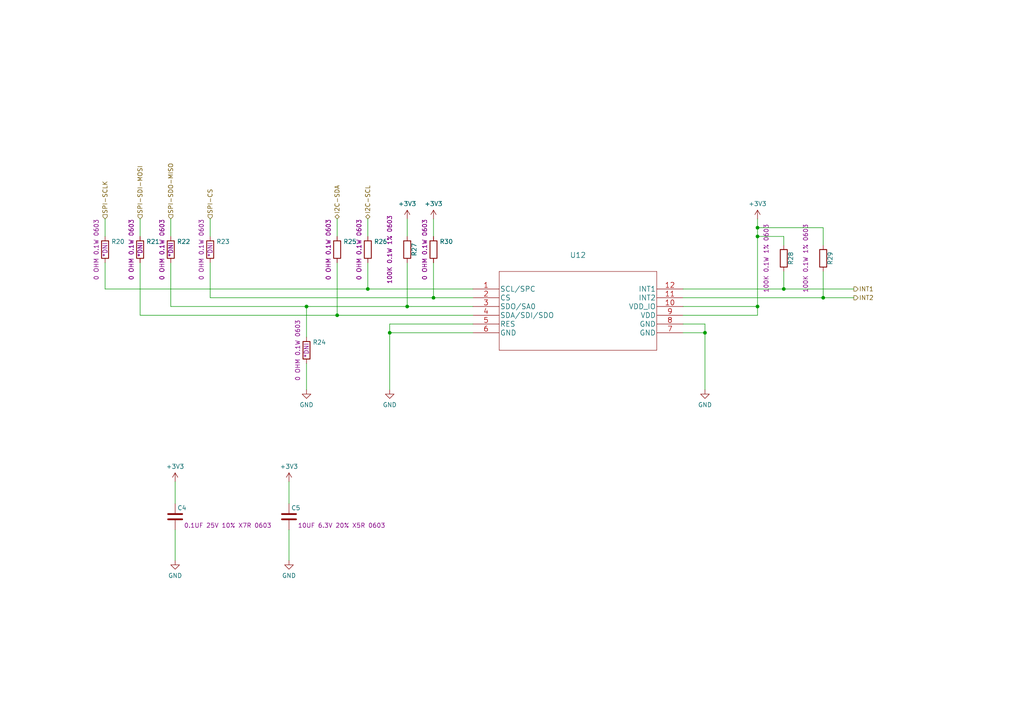
<source format=kicad_sch>
(kicad_sch (version 20211123) (generator eeschema)

  (uuid a075a749-1a06-44a4-8961-6ea33cc9f8d0)

  (paper "A4")

  (lib_symbols
    (symbol "1_pontech:PLP-000029" (pin_numbers hide) (pin_names (offset 0)) (in_bom yes) (on_board yes)
      (property "Reference" "R" (id 0) (at 2.032 0 90)
        (effects (font (size 1.27 1.27)))
      )
      (property "Value" "PLP-000029" (id 1) (at -2.54 0 90)
        (effects (font (size 1.27 1.27)))
      )
      (property "Footprint" "a_pontech:R_0603_1608Metric" (id 2) (at -1.778 0 90)
        (effects (font (size 1.27 1.27)) hide)
      )
      (property "Datasheet" "~" (id 3) (at 0 0 0)
        (effects (font (size 1.27 1.27)) hide)
      )
      (property "Info" "100K 0.1W 1% 0603" (id 4) (at -5.08 0 90)
        (effects (font (size 1.27 1.27)))
      )
      (property "ki_keywords" "R res resistor" (id 5) (at 0 0 0)
        (effects (font (size 1.27 1.27)) hide)
      )
      (property "ki_description" "100K 0.1W 1% 0603 Resistor" (id 6) (at 0 0 0)
        (effects (font (size 1.27 1.27)) hide)
      )
      (property "ki_fp_filters" "R_*" (id 7) (at 0 0 0)
        (effects (font (size 1.27 1.27)) hide)
      )
      (symbol "PLP-000029_0_1"
        (rectangle (start -1.016 -2.54) (end 1.016 2.54)
          (stroke (width 0.254) (type default) (color 0 0 0 0))
          (fill (type none))
        )
      )
      (symbol "PLP-000029_1_1"
        (pin passive line (at 0 3.81 270) (length 1.27)
          (name "~" (effects (font (size 1.27 1.27))))
          (number "1" (effects (font (size 1.27 1.27))))
        )
        (pin passive line (at 0 -3.81 90) (length 1.27)
          (name "~" (effects (font (size 1.27 1.27))))
          (number "2" (effects (font (size 1.27 1.27))))
        )
      )
    )
    (symbol "1_pontech:PLP-000068" (pin_numbers hide) (pin_names (offset 0.254)) (in_bom yes) (on_board yes)
      (property "Reference" "C" (id 0) (at 0.635 2.54 0)
        (effects (font (size 1.27 1.27)) (justify left))
      )
      (property "Value" "PLP-000068" (id 1) (at 2.54 -3.81 0)
        (effects (font (size 1.27 1.27)) (justify left))
      )
      (property "Footprint" "a_pontech:CAP-NON-POLAR-0603" (id 2) (at 2.54 -11.43 0)
        (effects (font (size 1.27 1.27)) (justify left) hide)
      )
      (property "Datasheet" "~" (id 3) (at 0 0 0)
        (effects (font (size 1.27 1.27)) hide)
      )
      (property "Info" "0.1UF 25V 10% X7R 0603" (id 4) (at 2.54 -5.08 0)
        (effects (font (size 1.27 1.27)) (justify left))
      )
      (property "ki_keywords" "cap capacitor" (id 5) (at 0 0 0)
        (effects (font (size 1.27 1.27)) hide)
      )
      (property "ki_description" "0.1UF 25V 10% X7R 0603 Capacitor" (id 6) (at 0 0 0)
        (effects (font (size 1.27 1.27)) hide)
      )
      (property "ki_fp_filters" "C_*" (id 7) (at 0 0 0)
        (effects (font (size 1.27 1.27)) hide)
      )
      (symbol "PLP-000068_0_1"
        (polyline
          (pts
            (xy -2.032 -0.762)
            (xy 2.032 -0.762)
          )
          (stroke (width 0.508) (type default) (color 0 0 0 0))
          (fill (type none))
        )
        (polyline
          (pts
            (xy -2.032 0.762)
            (xy 2.032 0.762)
          )
          (stroke (width 0.508) (type default) (color 0 0 0 0))
          (fill (type none))
        )
      )
      (symbol "PLP-000068_1_1"
        (pin passive line (at 0 3.81 270) (length 2.794)
          (name "~" (effects (font (size 1.27 1.27))))
          (number "1" (effects (font (size 1.27 1.27))))
        )
        (pin passive line (at 0 -3.81 90) (length 2.794)
          (name "~" (effects (font (size 1.27 1.27))))
          (number "2" (effects (font (size 1.27 1.27))))
        )
      )
    )
    (symbol "1_pontech:PLP-000091" (pin_numbers hide) (pin_names (offset 0)) (in_bom yes) (on_board yes)
      (property "Reference" "R" (id 0) (at 2.032 0 90)
        (effects (font (size 1.27 1.27)))
      )
      (property "Value" "PLP-000091" (id 1) (at -2.54 0 90)
        (effects (font (size 1.27 1.27)))
      )
      (property "Footprint" "a_pontech:R_0603_1608Metric" (id 2) (at -1.778 0 90)
        (effects (font (size 1.27 1.27)) hide)
      )
      (property "Datasheet" "~" (id 3) (at 0 0 0)
        (effects (font (size 1.27 1.27)) hide)
      )
      (property "Info" "0 OHM 0.1W 0603" (id 4) (at -5.08 0 90)
        (effects (font (size 1.27 1.27)))
      )
      (property "ki_keywords" "R res resistor" (id 5) (at 0 0 0)
        (effects (font (size 1.27 1.27)) hide)
      )
      (property "ki_description" "0 OHM 0.1W 0603 Resistor" (id 6) (at 0 0 0)
        (effects (font (size 1.27 1.27)) hide)
      )
      (property "ki_fp_filters" "R_*" (id 7) (at 0 0 0)
        (effects (font (size 1.27 1.27)) hide)
      )
      (symbol "PLP-000091_0_1"
        (rectangle (start -1.016 -2.54) (end 1.016 2.54)
          (stroke (width 0.254) (type default) (color 0 0 0 0))
          (fill (type none))
        )
      )
      (symbol "PLP-000091_1_1"
        (pin passive line (at 0 3.81 270) (length 1.27)
          (name "~" (effects (font (size 1.27 1.27))))
          (number "1" (effects (font (size 1.27 1.27))))
        )
        (pin passive line (at 0 -3.81 90) (length 1.27)
          (name "~" (effects (font (size 1.27 1.27))))
          (number "2" (effects (font (size 1.27 1.27))))
        )
      )
    )
    (symbol "1_pontech:PLP-000409" (pin_numbers hide) (pin_names (offset 0.254)) (in_bom yes) (on_board yes)
      (property "Reference" "C" (id 0) (at 0.635 2.54 0)
        (effects (font (size 1.27 1.27)) (justify left))
      )
      (property "Value" "PLP-000409" (id 1) (at 2.54 -3.81 0)
        (effects (font (size 1.27 1.27)) (justify left))
      )
      (property "Footprint" "a_pontech:CAP-NON-POLAR-0603" (id 2) (at 2.54 -11.43 0)
        (effects (font (size 1.27 1.27)) (justify left) hide)
      )
      (property "Datasheet" "~" (id 3) (at 0 0 0)
        (effects (font (size 1.27 1.27)) hide)
      )
      (property "Info" "10UF 6.3V 20% X5R 0603" (id 4) (at 2.54 -5.08 0)
        (effects (font (size 1.27 1.27)) (justify left))
      )
      (property "ki_keywords" "cap capacitor" (id 5) (at 0 0 0)
        (effects (font (size 1.27 1.27)) hide)
      )
      (property "ki_description" "10UF 6.3V 20% X5R 0603 Capacitor" (id 6) (at 0 0 0)
        (effects (font (size 1.27 1.27)) hide)
      )
      (property "ki_fp_filters" "C_*" (id 7) (at 0 0 0)
        (effects (font (size 1.27 1.27)) hide)
      )
      (symbol "PLP-000409_0_1"
        (polyline
          (pts
            (xy -2.032 -0.762)
            (xy 2.032 -0.762)
          )
          (stroke (width 0.508) (type default) (color 0 0 0 0))
          (fill (type none))
        )
        (polyline
          (pts
            (xy -2.032 0.762)
            (xy 2.032 0.762)
          )
          (stroke (width 0.508) (type default) (color 0 0 0 0))
          (fill (type none))
        )
      )
      (symbol "PLP-000409_1_1"
        (pin passive line (at 0 3.81 270) (length 2.794)
          (name "~" (effects (font (size 1.27 1.27))))
          (number "1" (effects (font (size 1.27 1.27))))
        )
        (pin passive line (at 0 -3.81 90) (length 2.794)
          (name "~" (effects (font (size 1.27 1.27))))
          (number "2" (effects (font (size 1.27 1.27))))
        )
      )
    )
    (symbol "74_Jacob:+3.3V" (power) (pin_numbers hide) (pin_names (offset 0) hide) (in_bom yes) (on_board yes)
      (property "Reference" "#PWR" (id 0) (at 0 -3.81 0)
        (effects (font (size 1.27 1.27)) hide)
      )
      (property "Value" "+3.3V" (id 1) (at 0 3.556 0)
        (effects (font (size 1.27 1.27)))
      )
      (property "Footprint" "" (id 2) (at 0 0 0)
        (effects (font (size 1.27 1.27)) hide)
      )
      (property "Datasheet" "" (id 3) (at 0 0 0)
        (effects (font (size 1.27 1.27)) hide)
      )
      (property "ki_keywords" "power-flag" (id 4) (at 0 0 0)
        (effects (font (size 1.27 1.27)) hide)
      )
      (property "ki_description" "Power symbol creates a global label with name \"+3.3V\"" (id 5) (at 0 0 0)
        (effects (font (size 1.27 1.27)) hide)
      )
      (symbol "+3.3V_0_1"
        (polyline
          (pts
            (xy -0.762 1.27)
            (xy 0 2.54)
          )
          (stroke (width 0) (type default) (color 0 0 0 0))
          (fill (type none))
        )
        (polyline
          (pts
            (xy 0 0)
            (xy 0 2.54)
          )
          (stroke (width 0) (type default) (color 0 0 0 0))
          (fill (type none))
        )
        (polyline
          (pts
            (xy 0 2.54)
            (xy 0.762 1.27)
          )
          (stroke (width 0) (type default) (color 0 0 0 0))
          (fill (type none))
        )
      )
      (symbol "+3.3V_1_1"
        (pin power_in line (at 0 0 90) (length 0) hide
          (name "+3V3" (effects (font (size 1.27 1.27))))
          (number "1" (effects (font (size 1.27 1.27))))
        )
      )
    )
    (symbol "74_Jacob:GND" (power) (pin_numbers hide) (pin_names (offset 0) hide) (in_bom yes) (on_board yes)
      (property "Reference" "#PWR" (id 0) (at 0 -6.35 0)
        (effects (font (size 1.27 1.27)) hide)
      )
      (property "Value" "GND" (id 1) (at 0 -3.81 0)
        (effects (font (size 1.27 1.27)))
      )
      (property "Footprint" "" (id 2) (at 0 0 0)
        (effects (font (size 1.27 1.27)) hide)
      )
      (property "Datasheet" "" (id 3) (at 0 0 0)
        (effects (font (size 1.27 1.27)) hide)
      )
      (property "ki_keywords" "power-flag" (id 4) (at 0 0 0)
        (effects (font (size 1.27 1.27)) hide)
      )
      (property "ki_description" "Power symbol creates a global label with name \"GND\" , ground" (id 5) (at 0 0 0)
        (effects (font (size 1.27 1.27)) hide)
      )
      (symbol "GND_0_1"
        (polyline
          (pts
            (xy 0 0)
            (xy 0 -1.27)
            (xy 1.27 -1.27)
            (xy 0 -2.54)
            (xy -1.27 -1.27)
            (xy 0 -1.27)
          )
          (stroke (width 0) (type default) (color 0 0 0 0))
          (fill (type none))
        )
      )
      (symbol "GND_1_1"
        (pin power_in line (at 0 0 270) (length 0) hide
          (name "GND" (effects (font (size 1.27 1.27))))
          (number "1" (effects (font (size 1.27 1.27))))
        )
      )
    )
    (symbol "74_LIS2DE12TR:LIS2DE12TR" (pin_names (offset 0.254)) (in_bom yes) (on_board yes)
      (property "Reference" "U" (id 0) (at 30.48 10.16 0)
        (effects (font (size 1.524 1.524)))
      )
      (property "Value" "LIS2DE12TR" (id 1) (at 30.48 7.62 0)
        (effects (font (size 1.524 1.524)))
      )
      (property "Footprint" "74_LIS2DE12TR:LIS2DE12TR" (id 2) (at 30.48 6.096 0)
        (effects (font (size 1.524 1.524)) hide)
      )
      (property "Datasheet" "" (id 3) (at 0 0 0)
        (effects (font (size 1.524 1.524)))
      )
      (property "ki_fp_filters" "LGA-12_STM LGA-12_STM-M LGA-12_STM-L" (id 4) (at 0 0 0)
        (effects (font (size 1.27 1.27)) hide)
      )
      (symbol "LIS2DE12TR_1_1"
        (polyline
          (pts
            (xy 7.62 -17.78)
            (xy 53.34 -17.78)
          )
          (stroke (width 0.127) (type default) (color 0 0 0 0))
          (fill (type none))
        )
        (polyline
          (pts
            (xy 7.62 5.08)
            (xy 7.62 -17.78)
          )
          (stroke (width 0.127) (type default) (color 0 0 0 0))
          (fill (type none))
        )
        (polyline
          (pts
            (xy 53.34 -17.78)
            (xy 53.34 5.08)
          )
          (stroke (width 0.127) (type default) (color 0 0 0 0))
          (fill (type none))
        )
        (polyline
          (pts
            (xy 53.34 5.08)
            (xy 7.62 5.08)
          )
          (stroke (width 0.127) (type default) (color 0 0 0 0))
          (fill (type none))
        )
        (pin input line (at 0 0 0) (length 7.62)
          (name "SCL/SPC" (effects (font (size 1.4986 1.4986))))
          (number "1" (effects (font (size 1.4986 1.4986))))
        )
        (pin power_in line (at 60.96 -5.08 180) (length 7.62)
          (name "VDD_IO" (effects (font (size 1.4986 1.4986))))
          (number "10" (effects (font (size 1.4986 1.4986))))
        )
        (pin bidirectional line (at 60.96 -2.54 180) (length 7.62)
          (name "INT2" (effects (font (size 1.4986 1.4986))))
          (number "11" (effects (font (size 1.4986 1.4986))))
        )
        (pin bidirectional line (at 60.96 0 180) (length 7.62)
          (name "INT1" (effects (font (size 1.4986 1.4986))))
          (number "12" (effects (font (size 1.4986 1.4986))))
        )
        (pin input line (at 0 -2.54 0) (length 7.62)
          (name "CS" (effects (font (size 1.4986 1.4986))))
          (number "2" (effects (font (size 1.4986 1.4986))))
        )
        (pin bidirectional line (at 0 -5.08 0) (length 7.62)
          (name "SDO/SA0" (effects (font (size 1.4986 1.4986))))
          (number "3" (effects (font (size 1.4986 1.4986))))
        )
        (pin bidirectional line (at 0 -7.62 0) (length 7.62)
          (name "SDA/SDI/SDO" (effects (font (size 1.4986 1.4986))))
          (number "4" (effects (font (size 1.4986 1.4986))))
        )
        (pin power_in line (at 0 -10.16 0) (length 7.62)
          (name "RES" (effects (font (size 1.4986 1.4986))))
          (number "5" (effects (font (size 1.4986 1.4986))))
        )
        (pin power_in line (at 0 -12.7 0) (length 7.62)
          (name "GND" (effects (font (size 1.4986 1.4986))))
          (number "6" (effects (font (size 1.4986 1.4986))))
        )
        (pin power_in line (at 60.96 -12.7 180) (length 7.62)
          (name "GND" (effects (font (size 1.4986 1.4986))))
          (number "7" (effects (font (size 1.4986 1.4986))))
        )
        (pin power_in line (at 60.96 -10.16 180) (length 7.62)
          (name "GND" (effects (font (size 1.4986 1.4986))))
          (number "8" (effects (font (size 1.4986 1.4986))))
        )
        (pin power_in line (at 60.96 -7.62 180) (length 7.62)
          (name "VDD" (effects (font (size 1.4986 1.4986))))
          (number "9" (effects (font (size 1.4986 1.4986))))
        )
      )
    )
  )

  (junction (at 97.79 91.44) (diameter 0) (color 0 0 0 0)
    (uuid 17db8584-daa3-42f3-940a-c05ae09dbbc4)
  )
  (junction (at 113.03 96.52) (diameter 0) (color 0 0 0 0)
    (uuid 28130c68-42e3-40cb-bd20-bfa8e0244ca8)
  )
  (junction (at 219.71 66.04) (diameter 0) (color 0 0 0 0)
    (uuid 434e439e-f6de-42e1-8ba9-56b282fa323d)
  )
  (junction (at 227.33 83.82) (diameter 0) (color 0 0 0 0)
    (uuid 579647a6-4df3-4938-9de6-c8b83b65d648)
  )
  (junction (at 219.71 88.9) (diameter 0) (color 0 0 0 0)
    (uuid 5fa5a92e-c203-49bc-aff7-06e238687a9d)
  )
  (junction (at 125.73 86.36) (diameter 0) (color 0 0 0 0)
    (uuid 65780aa5-3843-4d30-82be-4e86bbe55ac7)
  )
  (junction (at 219.71 68.58) (diameter 0) (color 0 0 0 0)
    (uuid 707a29c1-e4b8-47a6-8f3c-f1d2690e565a)
  )
  (junction (at 118.11 88.9) (diameter 0) (color 0 0 0 0)
    (uuid 76da14ff-fa7f-40db-87a3-44d9310d7f1d)
  )
  (junction (at 106.68 83.82) (diameter 0) (color 0 0 0 0)
    (uuid 9d765528-8554-413b-a07a-d57de4b6e227)
  )
  (junction (at 204.47 96.52) (diameter 0) (color 0 0 0 0)
    (uuid b3c67c7c-2cfe-4745-82a3-cb1682769047)
  )
  (junction (at 238.76 86.36) (diameter 0) (color 0 0 0 0)
    (uuid bf7ff9db-2e95-41c7-b323-bb72eefb9bcf)
  )
  (junction (at 88.9 88.9) (diameter 0) (color 0 0 0 0)
    (uuid dd42d524-baa2-4ca4-a4bd-bb4e3deb2cc5)
  )

  (wire (pts (xy 30.48 76.2) (xy 30.48 83.82))
    (stroke (width 0) (type default) (color 0 0 0 0))
    (uuid 005d75be-ecdc-4a10-a7fe-f453732b724a)
  )
  (wire (pts (xy 125.73 63.5) (xy 125.73 68.58))
    (stroke (width 0) (type default) (color 0 0 0 0))
    (uuid 0115fec2-8a6d-4694-b8b2-00ece6092849)
  )
  (wire (pts (xy 40.64 63.5) (xy 40.64 68.58))
    (stroke (width 0) (type default) (color 0 0 0 0))
    (uuid 03b83565-ea48-4894-ba88-350bd1a4b40a)
  )
  (wire (pts (xy 137.16 83.82) (xy 106.68 83.82))
    (stroke (width 0) (type default) (color 0 0 0 0))
    (uuid 092803cc-89fa-4250-8189-9ef1f69c8be2)
  )
  (wire (pts (xy 198.12 88.9) (xy 219.71 88.9))
    (stroke (width 0) (type default) (color 0 0 0 0))
    (uuid 0f6b6850-ba0e-4207-a6de-cd8e5fc96d3e)
  )
  (wire (pts (xy 238.76 78.74) (xy 238.76 86.36))
    (stroke (width 0) (type default) (color 0 0 0 0))
    (uuid 10397cde-2f43-46ff-9079-330ebf3e3bfa)
  )
  (wire (pts (xy 198.12 96.52) (xy 204.47 96.52))
    (stroke (width 0) (type default) (color 0 0 0 0))
    (uuid 1b405d0f-9565-4da7-b77e-f0bc74b2bf8b)
  )
  (wire (pts (xy 238.76 86.36) (xy 247.65 86.36))
    (stroke (width 0) (type default) (color 0 0 0 0))
    (uuid 1c470ea9-f924-41d0-8062-d8e040741f36)
  )
  (wire (pts (xy 50.8 146.05) (xy 50.8 139.7))
    (stroke (width 0) (type default) (color 0 0 0 0))
    (uuid 24bb3632-033f-4164-a172-a00cda091e73)
  )
  (wire (pts (xy 30.48 63.5) (xy 30.48 68.58))
    (stroke (width 0) (type default) (color 0 0 0 0))
    (uuid 307368dc-a345-43ff-a36d-ef68b4533cba)
  )
  (wire (pts (xy 238.76 66.04) (xy 219.71 66.04))
    (stroke (width 0) (type default) (color 0 0 0 0))
    (uuid 3e7d1102-6c7a-44b3-802b-5ac5a6ca9e06)
  )
  (wire (pts (xy 83.82 146.05) (xy 83.82 139.7))
    (stroke (width 0) (type default) (color 0 0 0 0))
    (uuid 3f3f3497-15aa-49fc-bfc2-2dfa4ce3035a)
  )
  (wire (pts (xy 97.79 91.44) (xy 137.16 91.44))
    (stroke (width 0) (type default) (color 0 0 0 0))
    (uuid 440099f5-76c8-49bb-8f55-02dbd8e66d3c)
  )
  (wire (pts (xy 49.53 88.9) (xy 88.9 88.9))
    (stroke (width 0) (type default) (color 0 0 0 0))
    (uuid 4934c7bc-7192-48b1-8b10-eedcd989358b)
  )
  (wire (pts (xy 219.71 68.58) (xy 219.71 66.04))
    (stroke (width 0) (type default) (color 0 0 0 0))
    (uuid 49591f9d-1e53-4415-9396-565143ea5834)
  )
  (wire (pts (xy 204.47 93.98) (xy 204.47 96.52))
    (stroke (width 0) (type default) (color 0 0 0 0))
    (uuid 52119d3d-e568-4f2e-918d-d7cfba1dc538)
  )
  (wire (pts (xy 238.76 71.12) (xy 238.76 66.04))
    (stroke (width 0) (type default) (color 0 0 0 0))
    (uuid 56148031-c06f-4760-a5a2-578213da93f7)
  )
  (wire (pts (xy 88.9 105.41) (xy 88.9 113.03))
    (stroke (width 0) (type default) (color 0 0 0 0))
    (uuid 5db9772a-8b14-46e1-a01b-58559e864f44)
  )
  (wire (pts (xy 219.71 91.44) (xy 219.71 88.9))
    (stroke (width 0) (type default) (color 0 0 0 0))
    (uuid 698e6c58-7329-4053-93c4-ac3538d59c45)
  )
  (wire (pts (xy 106.68 83.82) (xy 106.68 76.2))
    (stroke (width 0) (type default) (color 0 0 0 0))
    (uuid 6cca44fb-a92d-49af-9c0a-7b163280ba69)
  )
  (wire (pts (xy 227.33 68.58) (xy 219.71 68.58))
    (stroke (width 0) (type default) (color 0 0 0 0))
    (uuid 6e81984a-b7ca-4ec2-8e26-0b66a76132c2)
  )
  (wire (pts (xy 219.71 66.04) (xy 219.71 63.5))
    (stroke (width 0) (type default) (color 0 0 0 0))
    (uuid 6f967a95-c830-4e16-b741-ee35782d309d)
  )
  (wire (pts (xy 113.03 93.98) (xy 113.03 96.52))
    (stroke (width 0) (type default) (color 0 0 0 0))
    (uuid 6fdc5b8b-50f1-474b-8499-7ad2e2f7b5c8)
  )
  (wire (pts (xy 88.9 97.79) (xy 88.9 88.9))
    (stroke (width 0) (type default) (color 0 0 0 0))
    (uuid 717090e4-8f6a-4fcb-a4c7-22ec3ef8072e)
  )
  (wire (pts (xy 49.53 63.5) (xy 49.53 68.58))
    (stroke (width 0) (type default) (color 0 0 0 0))
    (uuid 781dedd1-64fc-4efa-9b4c-c1867f2d72cb)
  )
  (wire (pts (xy 83.82 153.67) (xy 83.82 162.56))
    (stroke (width 0) (type default) (color 0 0 0 0))
    (uuid 83228c37-733f-49f9-8bd9-3dae95d6c247)
  )
  (wire (pts (xy 113.03 93.98) (xy 137.16 93.98))
    (stroke (width 0) (type default) (color 0 0 0 0))
    (uuid 86a7cfe6-84e8-46c3-a776-6285f0068afc)
  )
  (wire (pts (xy 198.12 93.98) (xy 204.47 93.98))
    (stroke (width 0) (type default) (color 0 0 0 0))
    (uuid 8ef441a6-0c32-4331-ba3c-31c86809c1a4)
  )
  (wire (pts (xy 60.96 86.36) (xy 125.73 86.36))
    (stroke (width 0) (type default) (color 0 0 0 0))
    (uuid 961d9027-09ee-4cb3-93db-0b6f5c7435ce)
  )
  (wire (pts (xy 50.8 153.67) (xy 50.8 162.56))
    (stroke (width 0) (type default) (color 0 0 0 0))
    (uuid 964b0a17-fe93-4bd3-b5e2-81798b385847)
  )
  (wire (pts (xy 97.79 91.44) (xy 97.79 76.2))
    (stroke (width 0) (type default) (color 0 0 0 0))
    (uuid 9d43218a-5466-4e82-9809-9dff6226868f)
  )
  (wire (pts (xy 40.64 76.2) (xy 40.64 91.44))
    (stroke (width 0) (type default) (color 0 0 0 0))
    (uuid 9f53dd0b-fe87-4c8a-982b-a8b580c122c1)
  )
  (wire (pts (xy 40.64 91.44) (xy 97.79 91.44))
    (stroke (width 0) (type default) (color 0 0 0 0))
    (uuid a193b735-6efa-46bf-8c3f-ad51aba77d25)
  )
  (wire (pts (xy 30.48 83.82) (xy 106.68 83.82))
    (stroke (width 0) (type default) (color 0 0 0 0))
    (uuid b467e011-33f6-4001-9820-6a843ceaa0c6)
  )
  (wire (pts (xy 60.96 76.2) (xy 60.96 86.36))
    (stroke (width 0) (type default) (color 0 0 0 0))
    (uuid b600cdc7-1248-41ef-bc85-47bb98697f8f)
  )
  (wire (pts (xy 204.47 96.52) (xy 204.47 113.03))
    (stroke (width 0) (type default) (color 0 0 0 0))
    (uuid b60238c3-d97f-4619-9716-9d8d60a723b3)
  )
  (wire (pts (xy 118.11 88.9) (xy 137.16 88.9))
    (stroke (width 0) (type default) (color 0 0 0 0))
    (uuid b85645c9-987b-47f9-87d8-21569dafc922)
  )
  (wire (pts (xy 198.12 86.36) (xy 238.76 86.36))
    (stroke (width 0) (type default) (color 0 0 0 0))
    (uuid bb2ca8d5-7923-447a-bb85-98efa79f419d)
  )
  (wire (pts (xy 125.73 86.36) (xy 137.16 86.36))
    (stroke (width 0) (type default) (color 0 0 0 0))
    (uuid bbb28765-a4b6-442d-81dc-fd8424bcbbd5)
  )
  (wire (pts (xy 60.96 63.5) (xy 60.96 68.58))
    (stroke (width 0) (type default) (color 0 0 0 0))
    (uuid bd639f00-20f5-458a-aa91-b6c4377296e4)
  )
  (wire (pts (xy 125.73 76.2) (xy 125.73 86.36))
    (stroke (width 0) (type default) (color 0 0 0 0))
    (uuid bd8b4994-ee71-4e8b-8e09-b7c2d3712b2e)
  )
  (wire (pts (xy 198.12 83.82) (xy 227.33 83.82))
    (stroke (width 0) (type default) (color 0 0 0 0))
    (uuid be99357b-1a31-4ed6-87e3-4fb7ae78dede)
  )
  (wire (pts (xy 118.11 68.58) (xy 118.11 63.5))
    (stroke (width 0) (type default) (color 0 0 0 0))
    (uuid c1eb0d43-a46e-4d6e-9c3b-12fce3614233)
  )
  (wire (pts (xy 227.33 71.12) (xy 227.33 68.58))
    (stroke (width 0) (type default) (color 0 0 0 0))
    (uuid c7279a5d-e12f-49b7-8088-ad801e9bb253)
  )
  (wire (pts (xy 49.53 76.2) (xy 49.53 88.9))
    (stroke (width 0) (type default) (color 0 0 0 0))
    (uuid cf6736f5-d365-4717-8063-bccc61448c54)
  )
  (wire (pts (xy 97.79 68.58) (xy 97.79 63.5))
    (stroke (width 0) (type default) (color 0 0 0 0))
    (uuid d088d2bd-e361-44b5-a8f0-d389f0a2bc97)
  )
  (wire (pts (xy 227.33 83.82) (xy 247.65 83.82))
    (stroke (width 0) (type default) (color 0 0 0 0))
    (uuid d26ef3be-9791-47a2-a310-db4e9e3ff6c8)
  )
  (wire (pts (xy 118.11 76.2) (xy 118.11 88.9))
    (stroke (width 0) (type default) (color 0 0 0 0))
    (uuid d675e824-5d7c-45ed-84c3-54b9e84a4097)
  )
  (wire (pts (xy 219.71 88.9) (xy 219.71 68.58))
    (stroke (width 0) (type default) (color 0 0 0 0))
    (uuid d71960bb-d065-4dc2-ae32-4ae23166465f)
  )
  (wire (pts (xy 113.03 96.52) (xy 137.16 96.52))
    (stroke (width 0) (type default) (color 0 0 0 0))
    (uuid dea226ec-815d-4bad-a7c7-3e53ec576a6d)
  )
  (wire (pts (xy 106.68 68.58) (xy 106.68 63.5))
    (stroke (width 0) (type default) (color 0 0 0 0))
    (uuid e06be351-c1df-402b-8b99-c73441c3a780)
  )
  (wire (pts (xy 113.03 96.52) (xy 113.03 113.03))
    (stroke (width 0) (type default) (color 0 0 0 0))
    (uuid f43ceae9-4fb5-4931-b1f0-4e3f08f8b4b2)
  )
  (wire (pts (xy 227.33 78.74) (xy 227.33 83.82))
    (stroke (width 0) (type default) (color 0 0 0 0))
    (uuid f5fc96d7-bfbc-44c4-984d-8122bc70d393)
  )
  (wire (pts (xy 198.12 91.44) (xy 219.71 91.44))
    (stroke (width 0) (type default) (color 0 0 0 0))
    (uuid f92eea57-d6b2-46b9-b1f5-c6d5b86f0156)
  )
  (wire (pts (xy 118.11 88.9) (xy 88.9 88.9))
    (stroke (width 0) (type default) (color 0 0 0 0))
    (uuid ffa9f746-81af-40fe-a9fc-3a9b1f0dc8c4)
  )

  (hierarchical_label "I2C-SCL" (shape bidirectional) (at 106.68 63.5 90)
    (effects (font (size 1.27 1.27)) (justify left))
    (uuid 174385ae-9707-4207-a77a-b60b78795e12)
  )
  (hierarchical_label "SPI-SCLK" (shape input) (at 30.48 63.5 90)
    (effects (font (size 1.27 1.27)) (justify left))
    (uuid 325e26a9-8325-4e05-b958-b5b59033c8fa)
  )
  (hierarchical_label "SPI-SDO-MISO" (shape input) (at 49.53 63.5 90)
    (effects (font (size 1.27 1.27)) (justify left))
    (uuid 3e512c37-958f-44b4-92af-9d8480743038)
  )
  (hierarchical_label "I2C-SDA" (shape bidirectional) (at 97.79 63.5 90)
    (effects (font (size 1.27 1.27)) (justify left))
    (uuid 41ac8f48-8aa4-44d8-8ff1-fb0bb1a4b46d)
  )
  (hierarchical_label "INT1" (shape output) (at 247.65 83.82 0)
    (effects (font (size 1.27 1.27)) (justify left))
    (uuid 66258d40-4b66-4812-9366-2bb1146970e1)
  )
  (hierarchical_label "SPI-CS" (shape input) (at 60.96 63.5 90)
    (effects (font (size 1.27 1.27)) (justify left))
    (uuid b5a39226-97f8-4875-88fa-bbcab5aea3a3)
  )
  (hierarchical_label "INT2" (shape output) (at 247.65 86.36 0)
    (effects (font (size 1.27 1.27)) (justify left))
    (uuid d31c89f1-fdc1-4423-b41f-07402e4388e7)
  )
  (hierarchical_label "SPI-SDI-MOSI" (shape input) (at 40.64 63.5 90)
    (effects (font (size 1.27 1.27)) (justify left))
    (uuid eab47afa-8ebf-4236-9570-90e526016030)
  )

  (symbol (lib_id "1_pontech:PLP-000029") (at 227.33 74.93 0) (unit 1)
    (in_bom yes) (on_board yes)
    (uuid 00000000-0000-0000-0000-0000626461cf)
    (property "Reference" "R28" (id 0) (at 229.362 74.93 90))
    (property "Value" "" (id 1) (at 224.79 74.93 90))
    (property "Footprint" "" (id 2) (at 225.552 74.93 90)
      (effects (font (size 1.27 1.27)) hide)
    )
    (property "Datasheet" "~" (id 3) (at 227.33 74.93 0)
      (effects (font (size 1.27 1.27)) hide)
    )
    (property "Info" "100K 0.1W 1% 0603" (id 4) (at 222.25 74.93 90))
    (pin "1" (uuid 0e0e6375-3b53-4f46-9666-77a81c98ba84))
    (pin "2" (uuid 4b1ba5a7-550e-41c5-85ac-2e4e1970bb87))
  )

  (symbol (lib_id "1_pontech:PLP-000029") (at 238.76 74.93 0) (unit 1)
    (in_bom yes) (on_board yes)
    (uuid 00000000-0000-0000-0000-00006264656a)
    (property "Reference" "R29" (id 0) (at 240.792 74.93 90))
    (property "Value" "" (id 1) (at 236.22 74.93 90))
    (property "Footprint" "" (id 2) (at 236.982 74.93 90)
      (effects (font (size 1.27 1.27)) hide)
    )
    (property "Datasheet" "~" (id 3) (at 238.76 74.93 0)
      (effects (font (size 1.27 1.27)) hide)
    )
    (property "Info" "100K 0.1W 1% 0603" (id 4) (at 233.68 74.93 90))
    (pin "1" (uuid f7d2e4de-0da7-40be-8ee7-5ccd7824792a))
    (pin "2" (uuid e9af196b-ea31-4c1a-8e51-4725c9faaa74))
  )

  (symbol (lib_id "1_pontech:PLP-000029") (at 118.11 72.39 0) (unit 1)
    (in_bom yes) (on_board yes)
    (uuid 00000000-0000-0000-0000-000062646a21)
    (property "Reference" "R27" (id 0) (at 120.142 72.39 90))
    (property "Value" "" (id 1) (at 115.57 72.39 90))
    (property "Footprint" "" (id 2) (at 116.332 72.39 90)
      (effects (font (size 1.27 1.27)) hide)
    )
    (property "Datasheet" "~" (id 3) (at 118.11 72.39 0)
      (effects (font (size 1.27 1.27)) hide)
    )
    (property "Info" "100K 0.1W 1% 0603" (id 4) (at 113.03 72.39 90))
    (pin "1" (uuid 302db9de-b1cc-4724-9b2e-d0030ef15425))
    (pin "2" (uuid ade6f891-3636-4586-ab94-97c01422a17a))
  )

  (symbol (lib_id "74_Jacob:+3.3V") (at 50.8 139.7 0) (unit 1)
    (in_bom yes) (on_board yes)
    (uuid 00000000-0000-0000-0000-0000626475ed)
    (property "Reference" "#PWR0127" (id 0) (at 50.8 143.51 0)
      (effects (font (size 1.27 1.27)) hide)
    )
    (property "Value" "" (id 1) (at 50.8 135.3058 0))
    (property "Footprint" "" (id 2) (at 50.8 139.7 0)
      (effects (font (size 1.27 1.27)) hide)
    )
    (property "Datasheet" "" (id 3) (at 50.8 139.7 0)
      (effects (font (size 1.27 1.27)) hide)
    )
    (pin "1" (uuid 93e20656-c929-4e92-8b04-40d197d672da))
  )

  (symbol (lib_id "74_Jacob:+3.3V") (at 83.82 139.7 0) (unit 1)
    (in_bom yes) (on_board yes)
    (uuid 00000000-0000-0000-0000-0000626484b4)
    (property "Reference" "#PWR0128" (id 0) (at 83.82 143.51 0)
      (effects (font (size 1.27 1.27)) hide)
    )
    (property "Value" "" (id 1) (at 83.82 135.3058 0))
    (property "Footprint" "" (id 2) (at 83.82 139.7 0)
      (effects (font (size 1.27 1.27)) hide)
    )
    (property "Datasheet" "" (id 3) (at 83.82 139.7 0)
      (effects (font (size 1.27 1.27)) hide)
    )
    (pin "1" (uuid 0895ba8d-215c-4a8b-9279-5d69d3df37c9))
  )

  (symbol (lib_id "74_Jacob:+3.3V") (at 118.11 63.5 0) (unit 1)
    (in_bom yes) (on_board yes)
    (uuid 00000000-0000-0000-0000-0000626487ee)
    (property "Reference" "#PWR0129" (id 0) (at 118.11 67.31 0)
      (effects (font (size 1.27 1.27)) hide)
    )
    (property "Value" "" (id 1) (at 118.11 59.1058 0))
    (property "Footprint" "" (id 2) (at 118.11 63.5 0)
      (effects (font (size 1.27 1.27)) hide)
    )
    (property "Datasheet" "" (id 3) (at 118.11 63.5 0)
      (effects (font (size 1.27 1.27)) hide)
    )
    (pin "1" (uuid acaff2b0-ccdd-4ee1-a911-002ff9728450))
  )

  (symbol (lib_id "74_Jacob:+3.3V") (at 219.71 63.5 0) (unit 1)
    (in_bom yes) (on_board yes)
    (uuid 00000000-0000-0000-0000-000062648ce6)
    (property "Reference" "#PWR0130" (id 0) (at 219.71 67.31 0)
      (effects (font (size 1.27 1.27)) hide)
    )
    (property "Value" "" (id 1) (at 219.71 59.1058 0))
    (property "Footprint" "" (id 2) (at 219.71 63.5 0)
      (effects (font (size 1.27 1.27)) hide)
    )
    (property "Datasheet" "" (id 3) (at 219.71 63.5 0)
      (effects (font (size 1.27 1.27)) hide)
    )
    (pin "1" (uuid 5388e945-225f-485a-805c-8809520a9193))
  )

  (symbol (lib_id "74_Jacob:GND") (at 50.8 162.56 0) (unit 1)
    (in_bom yes) (on_board yes)
    (uuid 00000000-0000-0000-0000-0000626496ef)
    (property "Reference" "#PWR0131" (id 0) (at 50.8 168.91 0)
      (effects (font (size 1.27 1.27)) hide)
    )
    (property "Value" "" (id 1) (at 50.8 166.9542 0))
    (property "Footprint" "" (id 2) (at 50.8 162.56 0)
      (effects (font (size 1.27 1.27)) hide)
    )
    (property "Datasheet" "" (id 3) (at 50.8 162.56 0)
      (effects (font (size 1.27 1.27)) hide)
    )
    (pin "1" (uuid 261ed44c-e3d9-43c1-a22e-697fa0e8b078))
  )

  (symbol (lib_id "74_Jacob:GND") (at 83.82 162.56 0) (unit 1)
    (in_bom yes) (on_board yes)
    (uuid 00000000-0000-0000-0000-00006264a815)
    (property "Reference" "#PWR0132" (id 0) (at 83.82 168.91 0)
      (effects (font (size 1.27 1.27)) hide)
    )
    (property "Value" "" (id 1) (at 83.82 166.9542 0))
    (property "Footprint" "" (id 2) (at 83.82 162.56 0)
      (effects (font (size 1.27 1.27)) hide)
    )
    (property "Datasheet" "" (id 3) (at 83.82 162.56 0)
      (effects (font (size 1.27 1.27)) hide)
    )
    (pin "1" (uuid 314e634c-4521-4e2b-99ed-9c6a6c0eda68))
  )

  (symbol (lib_id "74_Jacob:GND") (at 113.03 113.03 0) (unit 1)
    (in_bom yes) (on_board yes)
    (uuid 00000000-0000-0000-0000-00006264ac17)
    (property "Reference" "#PWR0133" (id 0) (at 113.03 119.38 0)
      (effects (font (size 1.27 1.27)) hide)
    )
    (property "Value" "" (id 1) (at 113.03 117.4242 0))
    (property "Footprint" "" (id 2) (at 113.03 113.03 0)
      (effects (font (size 1.27 1.27)) hide)
    )
    (property "Datasheet" "" (id 3) (at 113.03 113.03 0)
      (effects (font (size 1.27 1.27)) hide)
    )
    (pin "1" (uuid 4f70242a-44ef-4ddc-9751-528e8d7d9d6f))
  )

  (symbol (lib_id "74_Jacob:GND") (at 204.47 113.03 0) (unit 1)
    (in_bom yes) (on_board yes)
    (uuid 00000000-0000-0000-0000-00006264b3a8)
    (property "Reference" "#PWR0134" (id 0) (at 204.47 119.38 0)
      (effects (font (size 1.27 1.27)) hide)
    )
    (property "Value" "" (id 1) (at 204.47 117.4242 0))
    (property "Footprint" "" (id 2) (at 204.47 113.03 0)
      (effects (font (size 1.27 1.27)) hide)
    )
    (property "Datasheet" "" (id 3) (at 204.47 113.03 0)
      (effects (font (size 1.27 1.27)) hide)
    )
    (pin "1" (uuid 9bfa867a-bae7-4374-96c5-970fc783cc24))
  )

  (symbol (lib_id "1_pontech:PLP-000068") (at 50.8 149.86 0) (unit 1)
    (in_bom yes) (on_board yes)
    (uuid 00000000-0000-0000-0000-00006264fac2)
    (property "Reference" "C4" (id 0) (at 51.435 147.32 0)
      (effects (font (size 1.27 1.27)) (justify left))
    )
    (property "Value" "" (id 1) (at 53.34 149.86 0)
      (effects (font (size 1.27 1.27)) (justify left))
    )
    (property "Footprint" "" (id 2) (at 53.34 161.29 0)
      (effects (font (size 1.27 1.27)) (justify left) hide)
    )
    (property "Datasheet" "~" (id 3) (at 50.8 149.86 0)
      (effects (font (size 1.27 1.27)) hide)
    )
    (property "Info" "0.1UF 25V 10% X7R 0603" (id 4) (at 53.34 152.4 0)
      (effects (font (size 1.27 1.27)) (justify left))
    )
    (pin "1" (uuid 3ee0b254-c68c-4668-a580-447b78a0c9b3))
    (pin "2" (uuid 4811f597-6914-49f3-805d-60bbb69d5820))
  )

  (symbol (lib_id "1_pontech:PLP-000409") (at 83.82 149.86 0) (unit 1)
    (in_bom yes) (on_board yes)
    (uuid 00000000-0000-0000-0000-00006264ff78)
    (property "Reference" "C5" (id 0) (at 84.455 147.32 0)
      (effects (font (size 1.27 1.27)) (justify left))
    )
    (property "Value" "" (id 1) (at 86.36 149.86 0)
      (effects (font (size 1.27 1.27)) (justify left))
    )
    (property "Footprint" "" (id 2) (at 86.36 161.29 0)
      (effects (font (size 1.27 1.27)) (justify left) hide)
    )
    (property "Datasheet" "~" (id 3) (at 83.82 149.86 0)
      (effects (font (size 1.27 1.27)) hide)
    )
    (property "Info" "10UF 6.3V 20% X5R 0603" (id 4) (at 86.36 152.4 0)
      (effects (font (size 1.27 1.27)) (justify left))
    )
    (pin "1" (uuid 4d79c653-d556-439a-a9cc-ec6accae6a01))
    (pin "2" (uuid 1c2ac1c4-d7bb-4b35-b29d-be6d53a7459a))
  )

  (symbol (lib_id "1_pontech:PLP-000091") (at 30.48 72.39 0) (unit 1)
    (in_bom yes) (on_board yes)
    (uuid 00000000-0000-0000-0000-000062658a83)
    (property "Reference" "R20" (id 0) (at 32.258 70.0786 0)
      (effects (font (size 1.27 1.27)) (justify left))
    )
    (property "Value" "" (id 1) (at 32.258 72.39 0)
      (effects (font (size 1.27 1.27)) (justify left) hide)
    )
    (property "Footprint" "" (id 2) (at 28.702 72.39 90)
      (effects (font (size 1.27 1.27)) hide)
    )
    (property "Datasheet" "~" (id 3) (at 30.48 72.39 0)
      (effects (font (size 1.27 1.27)) hide)
    )
    (property "Info" "0 OHM 0.1W 0603" (id 4) (at 27.94 81.28 90)
      (effects (font (size 1.27 1.27)) (justify left))
    )
    (property "DNI" "*DNI" (id 5) (at 30.48 72.39 90))
    (pin "1" (uuid 6638e7ba-a0ac-43fa-8ab9-ef53e9083d7b))
    (pin "2" (uuid e80f2f5b-8edb-446d-b5e6-63f15f2df260))
  )

  (symbol (lib_id "1_pontech:PLP-000091") (at 40.64 72.39 0) (unit 1)
    (in_bom yes) (on_board yes)
    (uuid 00000000-0000-0000-0000-00006265c4e1)
    (property "Reference" "R21" (id 0) (at 42.418 70.0786 0)
      (effects (font (size 1.27 1.27)) (justify left))
    )
    (property "Value" "" (id 1) (at 42.418 72.39 0)
      (effects (font (size 1.27 1.27)) (justify left) hide)
    )
    (property "Footprint" "" (id 2) (at 38.862 72.39 90)
      (effects (font (size 1.27 1.27)) hide)
    )
    (property "Datasheet" "~" (id 3) (at 40.64 72.39 0)
      (effects (font (size 1.27 1.27)) hide)
    )
    (property "Info" "0 OHM 0.1W 0603" (id 4) (at 38.1 81.28 90)
      (effects (font (size 1.27 1.27)) (justify left))
    )
    (property "DNI" "*DNI" (id 5) (at 40.64 72.39 90))
    (pin "1" (uuid 3b3a89c7-ee2b-4b2a-b8a6-9ccdd03991a3))
    (pin "2" (uuid a358503b-17cd-4869-85e2-d7b261e2f3f3))
  )

  (symbol (lib_id "1_pontech:PLP-000091") (at 49.53 72.39 0) (unit 1)
    (in_bom yes) (on_board yes)
    (uuid 00000000-0000-0000-0000-000062660df4)
    (property "Reference" "R22" (id 0) (at 51.308 70.0786 0)
      (effects (font (size 1.27 1.27)) (justify left))
    )
    (property "Value" "" (id 1) (at 51.308 72.39 0)
      (effects (font (size 1.27 1.27)) (justify left) hide)
    )
    (property "Footprint" "" (id 2) (at 47.752 72.39 90)
      (effects (font (size 1.27 1.27)) hide)
    )
    (property "Datasheet" "~" (id 3) (at 49.53 72.39 0)
      (effects (font (size 1.27 1.27)) hide)
    )
    (property "Info" "0 OHM 0.1W 0603" (id 4) (at 46.99 81.28 90)
      (effects (font (size 1.27 1.27)) (justify left))
    )
    (property "DNI" "*DNI" (id 5) (at 49.53 72.39 90))
    (pin "1" (uuid 5f0c43d0-20e8-403f-a49c-123914ffb584))
    (pin "2" (uuid 59da676c-f9c2-42a6-b39b-1c695e12b5d7))
  )

  (symbol (lib_id "1_pontech:PLP-000091") (at 60.96 72.39 0) (unit 1)
    (in_bom yes) (on_board yes)
    (uuid 00000000-0000-0000-0000-000062663abe)
    (property "Reference" "R23" (id 0) (at 62.738 70.0786 0)
      (effects (font (size 1.27 1.27)) (justify left))
    )
    (property "Value" "" (id 1) (at 62.738 72.39 0)
      (effects (font (size 1.27 1.27)) (justify left) hide)
    )
    (property "Footprint" "" (id 2) (at 59.182 72.39 90)
      (effects (font (size 1.27 1.27)) hide)
    )
    (property "Datasheet" "~" (id 3) (at 60.96 72.39 0)
      (effects (font (size 1.27 1.27)) hide)
    )
    (property "Info" "0 OHM 0.1W 0603" (id 4) (at 58.42 81.28 90)
      (effects (font (size 1.27 1.27)) (justify left))
    )
    (property "DNI" "*DNI" (id 5) (at 60.96 72.39 90))
    (pin "1" (uuid ff03e62d-4cd4-4e2a-9f55-9aec9b435741))
    (pin "2" (uuid 0c6b639a-40ea-493f-bd06-d8c501ab1550))
  )

  (symbol (lib_id "1_pontech:PLP-000091") (at 88.9 101.6 0) (unit 1)
    (in_bom yes) (on_board yes)
    (uuid 00000000-0000-0000-0000-000062663fdf)
    (property "Reference" "R24" (id 0) (at 90.678 99.2886 0)
      (effects (font (size 1.27 1.27)) (justify left))
    )
    (property "Value" "" (id 1) (at 90.678 101.6 0)
      (effects (font (size 1.27 1.27)) (justify left) hide)
    )
    (property "Footprint" "" (id 2) (at 87.122 101.6 90)
      (effects (font (size 1.27 1.27)) hide)
    )
    (property "Datasheet" "~" (id 3) (at 88.9 101.6 0)
      (effects (font (size 1.27 1.27)) hide)
    )
    (property "Info" "0 OHM 0.1W 0603" (id 4) (at 86.36 110.49 90)
      (effects (font (size 1.27 1.27)) (justify left))
    )
    (property "DNI" "*DNI" (id 5) (at 88.9 101.6 90))
    (pin "1" (uuid 7ece2311-f9e1-4609-8a02-67a77673103c))
    (pin "2" (uuid 712ec904-a9c0-4135-94d1-2843d4aca808))
  )

  (symbol (lib_id "1_pontech:PLP-000091") (at 97.79 72.39 0) (unit 1)
    (in_bom yes) (on_board yes)
    (uuid 00000000-0000-0000-0000-000062668f69)
    (property "Reference" "R25" (id 0) (at 99.568 70.0786 0)
      (effects (font (size 1.27 1.27)) (justify left))
    )
    (property "Value" "" (id 1) (at 99.568 72.39 0)
      (effects (font (size 1.27 1.27)) (justify left) hide)
    )
    (property "Footprint" "" (id 2) (at 96.012 72.39 90)
      (effects (font (size 1.27 1.27)) hide)
    )
    (property "Datasheet" "~" (id 3) (at 97.79 72.39 0)
      (effects (font (size 1.27 1.27)) hide)
    )
    (property "Info" "0 OHM 0.1W 0603" (id 4) (at 95.25 81.28 90)
      (effects (font (size 1.27 1.27)) (justify left))
    )
    (pin "1" (uuid 0e1a7060-852e-4f50-808d-ad9fa893c6b6))
    (pin "2" (uuid 6f1ac8e7-cef1-41c9-83fc-6c0eb8d4dfb0))
  )

  (symbol (lib_id "1_pontech:PLP-000091") (at 106.68 72.39 0) (unit 1)
    (in_bom yes) (on_board yes)
    (uuid 00000000-0000-0000-0000-00006266b850)
    (property "Reference" "R26" (id 0) (at 108.458 70.0786 0)
      (effects (font (size 1.27 1.27)) (justify left))
    )
    (property "Value" "" (id 1) (at 108.458 72.39 0)
      (effects (font (size 1.27 1.27)) (justify left) hide)
    )
    (property "Footprint" "" (id 2) (at 104.902 72.39 90)
      (effects (font (size 1.27 1.27)) hide)
    )
    (property "Datasheet" "~" (id 3) (at 106.68 72.39 0)
      (effects (font (size 1.27 1.27)) hide)
    )
    (property "Info" "0 OHM 0.1W 0603" (id 4) (at 104.14 81.28 90)
      (effects (font (size 1.27 1.27)) (justify left))
    )
    (pin "1" (uuid 62856092-6c99-405d-991e-f5e92e19572c))
    (pin "2" (uuid 2eb85084-0b52-43fd-8d9e-4bea008bbee8))
  )

  (symbol (lib_id "74_LIS2DE12TR:LIS2DE12TR") (at 137.16 83.82 0) (unit 1)
    (in_bom yes) (on_board yes)
    (uuid 00000000-0000-0000-0000-0000626921d2)
    (property "Reference" "U12" (id 0) (at 167.64 73.9902 0)
      (effects (font (size 1.524 1.524)))
    )
    (property "Value" "" (id 1) (at 167.64 76.6826 0)
      (effects (font (size 1.524 1.524)))
    )
    (property "Footprint" "" (id 2) (at 167.64 77.724 0)
      (effects (font (size 1.524 1.524)) hide)
    )
    (property "Datasheet" "" (id 3) (at 137.16 83.82 0)
      (effects (font (size 1.524 1.524)))
    )
    (pin "1" (uuid 1554aab5-891c-4ab1-834b-d2c91e53fe7f))
    (pin "10" (uuid 31550b48-bbb1-40e3-bc54-82ff5450c423))
    (pin "11" (uuid 4bf1faed-008e-4725-a143-6f310f32ec6a))
    (pin "12" (uuid 580907ec-7227-445e-8c5d-6a8760e1e913))
    (pin "2" (uuid d8ac2782-b757-4842-bfa5-15ece29b2f50))
    (pin "3" (uuid 976aa528-02f0-4c30-86ed-9ee9284879c9))
    (pin "4" (uuid 05f76376-313e-4e37-a0cc-3d736840c760))
    (pin "5" (uuid 71719525-b78e-44b5-86b0-d67236482b9d))
    (pin "6" (uuid 15dabf81-4c8c-4797-a46e-c7021622d9ea))
    (pin "7" (uuid f11a7f5f-ab87-4f4f-9f5a-8ddc751777da))
    (pin "8" (uuid eb5e9eb9-9f71-477b-bd3c-e55c677ce33f))
    (pin "9" (uuid e7a488de-0284-4b1a-8ce6-f194211c2e7b))
  )

  (symbol (lib_id "1_pontech:PLP-000091") (at 125.73 72.39 0) (unit 1)
    (in_bom yes) (on_board yes)
    (uuid 00000000-0000-0000-0000-00006276e5d2)
    (property "Reference" "R30" (id 0) (at 127.508 70.0786 0)
      (effects (font (size 1.27 1.27)) (justify left))
    )
    (property "Value" "" (id 1) (at 127.508 72.39 0)
      (effects (font (size 1.27 1.27)) (justify left) hide)
    )
    (property "Footprint" "" (id 2) (at 123.952 72.39 90)
      (effects (font (size 1.27 1.27)) hide)
    )
    (property "Datasheet" "~" (id 3) (at 125.73 72.39 0)
      (effects (font (size 1.27 1.27)) hide)
    )
    (property "Info" "0 OHM 0.1W 0603" (id 4) (at 123.19 81.28 90)
      (effects (font (size 1.27 1.27)) (justify left))
    )
    (pin "1" (uuid 092aae40-f57a-4d33-8500-fa6f92ce1fed))
    (pin "2" (uuid 90a9fbe7-372c-472c-8d64-db8c83319ff1))
  )

  (symbol (lib_id "74_Jacob:+3.3V") (at 125.73 63.5 0) (unit 1)
    (in_bom yes) (on_board yes)
    (uuid 00000000-0000-0000-0000-00006276ee33)
    (property "Reference" "#PWR0135" (id 0) (at 125.73 67.31 0)
      (effects (font (size 1.27 1.27)) hide)
    )
    (property "Value" "" (id 1) (at 125.73 59.1058 0))
    (property "Footprint" "" (id 2) (at 125.73 63.5 0)
      (effects (font (size 1.27 1.27)) hide)
    )
    (property "Datasheet" "" (id 3) (at 125.73 63.5 0)
      (effects (font (size 1.27 1.27)) hide)
    )
    (pin "1" (uuid e7ddc126-4627-4c1b-9e7f-1a03265605cb))
  )

  (symbol (lib_id "74_Jacob:GND") (at 88.9 113.03 0) (unit 1)
    (in_bom yes) (on_board yes)
    (uuid 00000000-0000-0000-0000-00006277fcb9)
    (property "Reference" "#PWR?" (id 0) (at 88.9 119.38 0)
      (effects (font (size 1.27 1.27)) hide)
    )
    (property "Value" "" (id 1) (at 88.9 117.4242 0))
    (property "Footprint" "" (id 2) (at 88.9 113.03 0)
      (effects (font (size 1.27 1.27)) hide)
    )
    (property "Datasheet" "" (id 3) (at 88.9 113.03 0)
      (effects (font (size 1.27 1.27)) hide)
    )
    (pin "1" (uuid 8b6c9d09-9093-4698-983d-7d4316db6dc1))
  )
)

</source>
